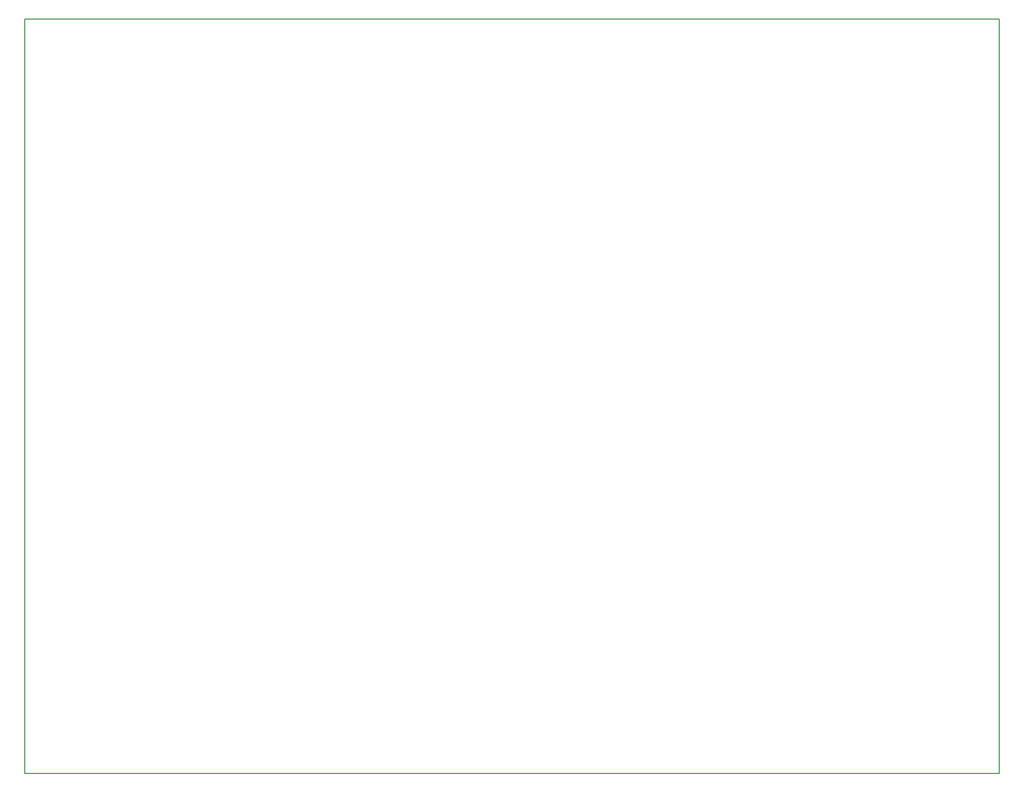
<source format=gbr>
G04 #@! TF.GenerationSoftware,KiCad,Pcbnew,7.0.7*
G04 #@! TF.CreationDate,2023-10-18T15:04:20+01:00*
G04 #@! TF.ProjectId,CA80,43413830-2e6b-4696-9361-645f70636258,V1.0*
G04 #@! TF.SameCoordinates,Original*
G04 #@! TF.FileFunction,Profile,NP*
%FSLAX46Y46*%
G04 Gerber Fmt 4.6, Leading zero omitted, Abs format (unit mm)*
G04 Created by KiCad (PCBNEW 7.0.7) date 2023-10-18 15:04:20*
%MOMM*%
%LPD*%
G01*
G04 APERTURE LIST*
G04 #@! TA.AperFunction,Profile*
%ADD10C,0.150000*%
G04 #@! TD*
G04 APERTURE END LIST*
D10*
X160000000Y124000000D02*
X160000000Y0D01*
X0Y124000000D02*
X160000000Y124000000D01*
X0Y0D02*
X0Y124000000D01*
X160000000Y0D02*
X0Y0D01*
M02*

</source>
